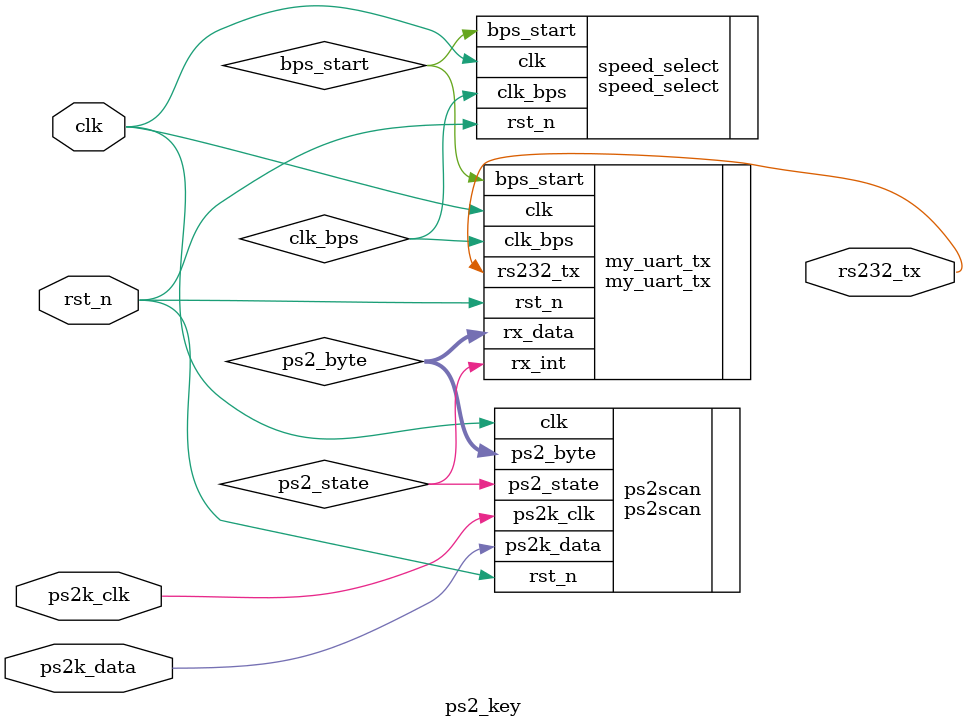
<source format=v>
`timescale 1ns / 1ps
module ps2_key(clk,rst_n,ps2k_clk,ps2k_data,rs232_tx);

input clk;			//50MÊ±ÖÓÐÅºÅ
input rst_n;		//¸´Î»ÐÅºÅ
input ps2k_clk;		//PS2½Ó¿ÚÊ±ÖÓÐÅºÅ
input ps2k_data;	//PS2½Ó¿ÚÊý¾ÝÐÅºÅ
output rs232_tx;	// RS232·¢ËÍÊý¾ÝÐÅºÅ


wire[7:0] ps2_byte;	// 1byte¼üÖµ
wire ps2_state;		//°´¼ü×´Ì¬±êÖ¾Î»

wire bps_start;		//½ÓÊÕµ½Êý¾Ýºó£¬²¨ÌØÂÊÊ±ÖÓÆô¶¯ÐÅºÅÖÃÎ»
wire clk_bps;		// clk_bpsµÄ¸ßµçÆ½Îª½ÓÊÕ»òÕß·¢ËÍÊý¾ÝÎ»µÄÖÐ¼ä²ÉÑùµã 

ps2scan			ps2scan(	.clk(clk),			  	//°´¼üÉ¨ÃèÄ£¿é
								.rst_n(rst_n),				
								.ps2k_clk(ps2k_clk),
								.ps2k_data(ps2k_data),
								.ps2_byte(ps2_byte),
								.ps2_state(ps2_state)
								);

speed_select	speed_select(	.clk(clk),
										.rst_n(rst_n),
										.bps_start(bps_start),
										.clk_bps(clk_bps)
										);

my_uart_tx		my_uart_tx(		.clk(clk),
										.rst_n(rst_n),
										.clk_bps(clk_bps),
										.rx_data(ps2_byte),
										.rx_int(ps2_state),
										.rs232_tx(rs232_tx),
										.bps_start(bps_start)
										);

endmodule

</source>
